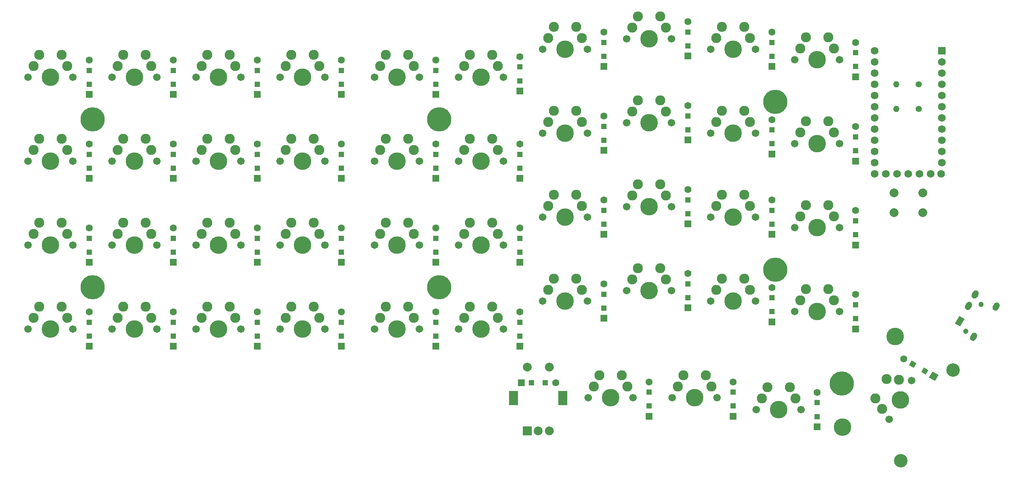
<source format=gbr>
%TF.GenerationSoftware,KiCad,Pcbnew,(5.1.9-0-10_14)*%
%TF.CreationDate,2021-04-25T18:41:16-05:00*%
%TF.ProjectId,wren-numpad,7772656e-2d6e-4756-9d70-61642e6b6963,rev?*%
%TF.SameCoordinates,Original*%
%TF.FileFunction,Soldermask,Bot*%
%TF.FilePolarity,Negative*%
%FSLAX46Y46*%
G04 Gerber Fmt 4.6, Leading zero omitted, Abs format (unit mm)*
G04 Created by KiCad (PCBNEW (5.1.9-0-10_14)) date 2021-04-25 18:41:16*
%MOMM*%
%LPD*%
G01*
G04 APERTURE LIST*
%ADD10C,1.701800*%
%ADD11C,2.286000*%
%ADD12C,3.987800*%
%ADD13C,3.048000*%
%ADD14C,1.752600*%
%ADD15R,1.752600X1.752600*%
%ADD16C,1.600000*%
%ADD17R,1.600000X1.600000*%
%ADD18R,1.200000X1.200000*%
%ADD19C,5.500000*%
%ADD20O,1.400000X1.400000*%
%ADD21C,1.400000*%
%ADD22C,0.100000*%
%ADD23C,2.000000*%
%ADD24R,2.000000X3.200000*%
%ADD25R,2.000000X2.000000*%
%ADD26C,1.200000*%
G04 APERTURE END LIST*
D10*
%TO.C,MX21*%
X215582500Y-70643750D03*
X225742500Y-70643750D03*
D11*
X216852500Y-68103750D03*
D12*
X220662500Y-70643750D03*
D11*
X223202500Y-65563750D03*
X218122500Y-65563750D03*
X224472500Y-68103750D03*
%TD*%
D13*
%TO.C,REF\u002A\u002A*%
X251483187Y-102946548D03*
X239583187Y-123557952D03*
D12*
X238284960Y-95326548D03*
X226384960Y-115937952D03*
%TD*%
D10*
%TO.C,MX41*%
X236944000Y-114159159D03*
X242024000Y-105360341D03*
D11*
X235379295Y-111789307D03*
D12*
X239484000Y-109759750D03*
D11*
X236354591Y-105020045D03*
X233814591Y-109419455D03*
X239189295Y-105190193D03*
%TD*%
D10*
%TO.C,MX10*%
X41751250Y-36512500D03*
X51911250Y-36512500D03*
D11*
X43021250Y-33972500D03*
D12*
X46831250Y-36512500D03*
D11*
X49371250Y-31432500D03*
X44291250Y-31432500D03*
X50641250Y-33972500D03*
%TD*%
D10*
%TO.C,MX15*%
X139382500Y-55562500D03*
X149542500Y-55562500D03*
D11*
X140652500Y-53022500D03*
D12*
X144462500Y-55562500D03*
D11*
X147002500Y-50482500D03*
X141922500Y-50482500D03*
X148272500Y-53022500D03*
%TD*%
D10*
%TO.C,MX44*%
X168745000Y-109251750D03*
X178905000Y-109251750D03*
D11*
X170015000Y-106711750D03*
D12*
X173825000Y-109251750D03*
D11*
X176365000Y-104171750D03*
X171285000Y-104171750D03*
X177635000Y-106711750D03*
%TD*%
D10*
%TO.C,MX43*%
X187795000Y-109251750D03*
X197955000Y-109251750D03*
D11*
X189065000Y-106711750D03*
D12*
X192875000Y-109251750D03*
D11*
X195415000Y-104171750D03*
X190335000Y-104171750D03*
X196685000Y-106711750D03*
%TD*%
D10*
%TO.C,MX42*%
X206845000Y-111918750D03*
X217005000Y-111918750D03*
D11*
X208115000Y-109378750D03*
D12*
X211925000Y-111918750D03*
D11*
X214465000Y-106838750D03*
X209385000Y-106838750D03*
X215735000Y-109378750D03*
%TD*%
D10*
%TO.C,MX40*%
X41751250Y-93662500D03*
X51911250Y-93662500D03*
D11*
X43021250Y-91122500D03*
D12*
X46831250Y-93662500D03*
D11*
X49371250Y-88582500D03*
X44291250Y-88582500D03*
X50641250Y-91122500D03*
%TD*%
D10*
%TO.C,MX39*%
X60801250Y-93662500D03*
X70961250Y-93662500D03*
D11*
X62071250Y-91122500D03*
D12*
X65881250Y-93662500D03*
D11*
X68421250Y-88582500D03*
X63341250Y-88582500D03*
X69691250Y-91122500D03*
%TD*%
D10*
%TO.C,MX38*%
X79851250Y-93662500D03*
X90011250Y-93662500D03*
D11*
X81121250Y-91122500D03*
D12*
X84931250Y-93662500D03*
D11*
X87471250Y-88582500D03*
X82391250Y-88582500D03*
X88741250Y-91122500D03*
%TD*%
D10*
%TO.C,MX37*%
X98901250Y-93662500D03*
X109061250Y-93662500D03*
D11*
X100171250Y-91122500D03*
D12*
X103981250Y-93662500D03*
D11*
X106521250Y-88582500D03*
X101441250Y-88582500D03*
X107791250Y-91122500D03*
%TD*%
D10*
%TO.C,MX36*%
X120332500Y-93662500D03*
X130492500Y-93662500D03*
D11*
X121602500Y-91122500D03*
D12*
X125412500Y-93662500D03*
D11*
X127952500Y-88582500D03*
X122872500Y-88582500D03*
X129222500Y-91122500D03*
%TD*%
D10*
%TO.C,MX35*%
X139382500Y-93662500D03*
X149542500Y-93662500D03*
D11*
X140652500Y-91122500D03*
D12*
X144462500Y-93662500D03*
D11*
X147002500Y-88582500D03*
X141922500Y-88582500D03*
X148272500Y-91122500D03*
%TD*%
D10*
%TO.C,MX34*%
X158432500Y-87312500D03*
X168592500Y-87312500D03*
D11*
X159702500Y-84772500D03*
D12*
X163512500Y-87312500D03*
D11*
X166052500Y-82232500D03*
X160972500Y-82232500D03*
X167322500Y-84772500D03*
%TD*%
D10*
%TO.C,MX33*%
X177482500Y-84931250D03*
X187642500Y-84931250D03*
D11*
X178752500Y-82391250D03*
D12*
X182562500Y-84931250D03*
D11*
X185102500Y-79851250D03*
X180022500Y-79851250D03*
X186372500Y-82391250D03*
%TD*%
D10*
%TO.C,MX32*%
X196532500Y-87312500D03*
X206692500Y-87312500D03*
D11*
X197802500Y-84772500D03*
D12*
X201612500Y-87312500D03*
D11*
X204152500Y-82232500D03*
X199072500Y-82232500D03*
X205422500Y-84772500D03*
%TD*%
D10*
%TO.C,MX31*%
X215582500Y-89693750D03*
X225742500Y-89693750D03*
D11*
X216852500Y-87153750D03*
D12*
X220662500Y-89693750D03*
D11*
X223202500Y-84613750D03*
X218122500Y-84613750D03*
X224472500Y-87153750D03*
%TD*%
D10*
%TO.C,MX30*%
X41751250Y-74612500D03*
X51911250Y-74612500D03*
D11*
X43021250Y-72072500D03*
D12*
X46831250Y-74612500D03*
D11*
X49371250Y-69532500D03*
X44291250Y-69532500D03*
X50641250Y-72072500D03*
%TD*%
D10*
%TO.C,MX29*%
X60801250Y-74612500D03*
X70961250Y-74612500D03*
D11*
X62071250Y-72072500D03*
D12*
X65881250Y-74612500D03*
D11*
X68421250Y-69532500D03*
X63341250Y-69532500D03*
X69691250Y-72072500D03*
%TD*%
D10*
%TO.C,MX28*%
X79851250Y-74612500D03*
X90011250Y-74612500D03*
D11*
X81121250Y-72072500D03*
D12*
X84931250Y-74612500D03*
D11*
X87471250Y-69532500D03*
X82391250Y-69532500D03*
X88741250Y-72072500D03*
%TD*%
D10*
%TO.C,MX27*%
X98901250Y-74612500D03*
X109061250Y-74612500D03*
D11*
X100171250Y-72072500D03*
D12*
X103981250Y-74612500D03*
D11*
X106521250Y-69532500D03*
X101441250Y-69532500D03*
X107791250Y-72072500D03*
%TD*%
D10*
%TO.C,MX26*%
X120332500Y-74612500D03*
X130492500Y-74612500D03*
D11*
X121602500Y-72072500D03*
D12*
X125412500Y-74612500D03*
D11*
X127952500Y-69532500D03*
X122872500Y-69532500D03*
X129222500Y-72072500D03*
%TD*%
D10*
%TO.C,MX25*%
X139382500Y-74612500D03*
X149542500Y-74612500D03*
D11*
X140652500Y-72072500D03*
D12*
X144462500Y-74612500D03*
D11*
X147002500Y-69532500D03*
X141922500Y-69532500D03*
X148272500Y-72072500D03*
%TD*%
D10*
%TO.C,MX24*%
X158432500Y-68262500D03*
X168592500Y-68262500D03*
D11*
X159702500Y-65722500D03*
D12*
X163512500Y-68262500D03*
D11*
X166052500Y-63182500D03*
X160972500Y-63182500D03*
X167322500Y-65722500D03*
%TD*%
D10*
%TO.C,MX23*%
X177482500Y-65881250D03*
X187642500Y-65881250D03*
D11*
X178752500Y-63341250D03*
D12*
X182562500Y-65881250D03*
D11*
X185102500Y-60801250D03*
X180022500Y-60801250D03*
X186372500Y-63341250D03*
%TD*%
D10*
%TO.C,MX22*%
X196532500Y-68262500D03*
X206692500Y-68262500D03*
D11*
X197802500Y-65722500D03*
D12*
X201612500Y-68262500D03*
D11*
X204152500Y-63182500D03*
X199072500Y-63182500D03*
X205422500Y-65722500D03*
%TD*%
D10*
%TO.C,MX20*%
X41751250Y-55562500D03*
X51911250Y-55562500D03*
D11*
X43021250Y-53022500D03*
D12*
X46831250Y-55562500D03*
D11*
X49371250Y-50482500D03*
X44291250Y-50482500D03*
X50641250Y-53022500D03*
%TD*%
D10*
%TO.C,MX19*%
X60801250Y-55562500D03*
X70961250Y-55562500D03*
D11*
X62071250Y-53022500D03*
D12*
X65881250Y-55562500D03*
D11*
X68421250Y-50482500D03*
X63341250Y-50482500D03*
X69691250Y-53022500D03*
%TD*%
D10*
%TO.C,MX18*%
X79851250Y-55562500D03*
X90011250Y-55562500D03*
D11*
X81121250Y-53022500D03*
D12*
X84931250Y-55562500D03*
D11*
X87471250Y-50482500D03*
X82391250Y-50482500D03*
X88741250Y-53022500D03*
%TD*%
D10*
%TO.C,MX17*%
X98901250Y-55562500D03*
X109061250Y-55562500D03*
D11*
X100171250Y-53022500D03*
D12*
X103981250Y-55562500D03*
D11*
X106521250Y-50482500D03*
X101441250Y-50482500D03*
X107791250Y-53022500D03*
%TD*%
D10*
%TO.C,MX16*%
X120332500Y-55562500D03*
X130492500Y-55562500D03*
D11*
X121602500Y-53022500D03*
D12*
X125412500Y-55562500D03*
D11*
X127952500Y-50482500D03*
X122872500Y-50482500D03*
X129222500Y-53022500D03*
%TD*%
D10*
%TO.C,MX14*%
X158432500Y-49212500D03*
X168592500Y-49212500D03*
D11*
X159702500Y-46672500D03*
D12*
X163512500Y-49212500D03*
D11*
X166052500Y-44132500D03*
X160972500Y-44132500D03*
X167322500Y-46672500D03*
%TD*%
D10*
%TO.C,MX13*%
X177482500Y-46831250D03*
X187642500Y-46831250D03*
D11*
X178752500Y-44291250D03*
D12*
X182562500Y-46831250D03*
D11*
X185102500Y-41751250D03*
X180022500Y-41751250D03*
X186372500Y-44291250D03*
%TD*%
D10*
%TO.C,MX12*%
X196532500Y-49212500D03*
X206692500Y-49212500D03*
D11*
X197802500Y-46672500D03*
D12*
X201612500Y-49212500D03*
D11*
X204152500Y-44132500D03*
X199072500Y-44132500D03*
X205422500Y-46672500D03*
%TD*%
D10*
%TO.C,MX11*%
X215582500Y-51593750D03*
X225742500Y-51593750D03*
D11*
X216852500Y-49053750D03*
D12*
X220662500Y-51593750D03*
D11*
X223202500Y-46513750D03*
X218122500Y-46513750D03*
X224472500Y-49053750D03*
%TD*%
D10*
%TO.C,MX9*%
X60801250Y-36512500D03*
X70961250Y-36512500D03*
D11*
X62071250Y-33972500D03*
D12*
X65881250Y-36512500D03*
D11*
X68421250Y-31432500D03*
X63341250Y-31432500D03*
X69691250Y-33972500D03*
%TD*%
D10*
%TO.C,MX8*%
X79851250Y-36512500D03*
X90011250Y-36512500D03*
D11*
X81121250Y-33972500D03*
D12*
X84931250Y-36512500D03*
D11*
X87471250Y-31432500D03*
X82391250Y-31432500D03*
X88741250Y-33972500D03*
%TD*%
D10*
%TO.C,MX7*%
X98901250Y-36512500D03*
X109061250Y-36512500D03*
D11*
X100171250Y-33972500D03*
D12*
X103981250Y-36512500D03*
D11*
X106521250Y-31432500D03*
X101441250Y-31432500D03*
X107791250Y-33972500D03*
%TD*%
D10*
%TO.C,MX6*%
X120332500Y-36512500D03*
X130492500Y-36512500D03*
D11*
X121602500Y-33972500D03*
D12*
X125412500Y-36512500D03*
D11*
X127952500Y-31432500D03*
X122872500Y-31432500D03*
X129222500Y-33972500D03*
%TD*%
D10*
%TO.C,MX5*%
X139382500Y-36512500D03*
X149542500Y-36512500D03*
D11*
X140652500Y-33972500D03*
D12*
X144462500Y-36512500D03*
D11*
X147002500Y-31432500D03*
X141922500Y-31432500D03*
X148272500Y-33972500D03*
%TD*%
D10*
%TO.C,MX4*%
X158432500Y-30162500D03*
X168592500Y-30162500D03*
D11*
X159702500Y-27622500D03*
D12*
X163512500Y-30162500D03*
D11*
X166052500Y-25082500D03*
X160972500Y-25082500D03*
X167322500Y-27622500D03*
%TD*%
D10*
%TO.C,MX3*%
X177482500Y-27781250D03*
X187642500Y-27781250D03*
D11*
X178752500Y-25241250D03*
D12*
X182562500Y-27781250D03*
D11*
X185102500Y-22701250D03*
X180022500Y-22701250D03*
X186372500Y-25241250D03*
%TD*%
D10*
%TO.C,MX2*%
X196532500Y-30162500D03*
X206692500Y-30162500D03*
D11*
X197802500Y-27622500D03*
D12*
X201612500Y-30162500D03*
D11*
X204152500Y-25082500D03*
X199072500Y-25082500D03*
X205422500Y-27622500D03*
%TD*%
D10*
%TO.C,MX1*%
X215582500Y-32543750D03*
X225742500Y-32543750D03*
D11*
X216852500Y-30003750D03*
D12*
X220662500Y-32543750D03*
D11*
X223202500Y-27463750D03*
X218122500Y-27463750D03*
X224472500Y-30003750D03*
%TD*%
D14*
%TO.C,U1*%
X246380000Y-58420000D03*
X243840000Y-58420000D03*
X241300000Y-58420000D03*
X238760000Y-58420000D03*
X236220000Y-58420000D03*
X233680000Y-30480000D03*
X248691400Y-58420000D03*
X233680000Y-33020000D03*
X233680000Y-35560000D03*
X233680000Y-38100000D03*
X233680000Y-40640000D03*
X233680000Y-43180000D03*
X233680000Y-45720000D03*
X233680000Y-48260000D03*
X233680000Y-50800000D03*
X233680000Y-53340000D03*
X233680000Y-55880000D03*
X233680000Y-58420000D03*
X248920000Y-55880000D03*
X248920000Y-53340000D03*
X248920000Y-50800000D03*
X248920000Y-48260000D03*
X248920000Y-45720000D03*
X248920000Y-43180000D03*
X248920000Y-40640000D03*
X248920000Y-38100000D03*
X248920000Y-35560000D03*
X248920000Y-33020000D03*
D15*
X248920000Y-30480000D03*
%TD*%
D16*
%TO.C,D43*%
X201609500Y-105637500D03*
D17*
X201609500Y-113437500D03*
D18*
X201609500Y-111112500D03*
X201609500Y-107962500D03*
%TD*%
D19*
%TO.C,H7*%
X226250500Y-106013250D03*
%TD*%
%TO.C,H6*%
X211137500Y-80168750D03*
%TD*%
%TO.C,H5*%
X134937500Y-84137500D03*
%TD*%
%TO.C,H4*%
X56356250Y-84137500D03*
%TD*%
%TO.C,H3*%
X211137500Y-42068750D03*
%TD*%
%TO.C,H2*%
X134937500Y-46037500D03*
%TD*%
%TO.C,H1*%
X56356250Y-46037500D03*
%TD*%
D20*
%TO.C,R2*%
X238585000Y-43656250D03*
D21*
X243665000Y-43656250D03*
%TD*%
D20*
%TO.C,R1*%
X238585000Y-38100000D03*
D21*
X243665000Y-38100000D03*
%TD*%
D16*
%TO.C,D45*%
X161342000Y-105822750D03*
D17*
X153542000Y-105822750D03*
D18*
X155867000Y-105822750D03*
X159017000Y-105822750D03*
%TD*%
D16*
%TO.C,D44*%
X182562500Y-105637500D03*
D17*
X182562500Y-113437500D03*
D18*
X182562500Y-111112500D03*
X182562500Y-107962500D03*
%TD*%
D16*
%TO.C,D42*%
X220653500Y-108018750D03*
D17*
X220653500Y-115818750D03*
D18*
X220653500Y-113493750D03*
X220653500Y-110343750D03*
%TD*%
D16*
%TO.C,D41*%
X240290501Y-100443750D03*
D22*
G36*
X248138319Y-104050930D02*
G01*
X247338319Y-105436570D01*
X245952679Y-104636570D01*
X246752679Y-103250930D01*
X248138319Y-104050930D01*
G37*
G36*
X245851605Y-102961635D02*
G01*
X245251605Y-104000865D01*
X244212375Y-103400865D01*
X244812375Y-102361635D01*
X245851605Y-102961635D01*
G37*
G36*
X243123625Y-101386635D02*
G01*
X242523625Y-102425865D01*
X241484395Y-101825865D01*
X242084395Y-100786635D01*
X243123625Y-101386635D01*
G37*
%TD*%
D16*
%TO.C,D40*%
X55605500Y-89762500D03*
D17*
X55605500Y-97562500D03*
D18*
X55605500Y-95237500D03*
X55605500Y-92087500D03*
%TD*%
D16*
%TO.C,D39*%
X74649500Y-89762500D03*
D17*
X74649500Y-97562500D03*
D18*
X74649500Y-95237500D03*
X74649500Y-92087500D03*
%TD*%
D16*
%TO.C,D38*%
X93693500Y-89750000D03*
D17*
X93693500Y-97550000D03*
D18*
X93693500Y-95225000D03*
X93693500Y-92075000D03*
%TD*%
D16*
%TO.C,D37*%
X112737500Y-89762500D03*
D17*
X112737500Y-97562500D03*
D18*
X112737500Y-95237500D03*
X112737500Y-92087500D03*
%TD*%
D16*
%TO.C,D36*%
X134162000Y-89762500D03*
D17*
X134162000Y-97562500D03*
D18*
X134162000Y-95237500D03*
X134162000Y-92087500D03*
%TD*%
D16*
%TO.C,D35*%
X153206000Y-89762500D03*
D17*
X153206000Y-97562500D03*
D18*
X153206000Y-95237500D03*
X153206000Y-92087500D03*
%TD*%
D16*
%TO.C,D34*%
X172250000Y-83412500D03*
D17*
X172250000Y-91212500D03*
D18*
X172250000Y-88887500D03*
X172250000Y-85737500D03*
%TD*%
D16*
%TO.C,D33*%
X191294000Y-81031250D03*
D17*
X191294000Y-88831250D03*
D18*
X191294000Y-86506250D03*
X191294000Y-83356250D03*
%TD*%
D16*
%TO.C,D32*%
X210338000Y-84206250D03*
D17*
X210338000Y-92006250D03*
D18*
X210338000Y-89681250D03*
X210338000Y-86531250D03*
%TD*%
D16*
%TO.C,D31*%
X229382000Y-85793750D03*
D17*
X229382000Y-93593750D03*
D18*
X229382000Y-91268750D03*
X229382000Y-88118750D03*
%TD*%
D16*
%TO.C,D30*%
X55605500Y-70712500D03*
D17*
X55605500Y-78512500D03*
D18*
X55605500Y-76187500D03*
X55605500Y-73037500D03*
%TD*%
D16*
%TO.C,D29*%
X74649500Y-70712500D03*
D17*
X74649500Y-78512500D03*
D18*
X74649500Y-76187500D03*
X74649500Y-73037500D03*
%TD*%
D16*
%TO.C,D28*%
X93693500Y-70712500D03*
D17*
X93693500Y-78512500D03*
D18*
X93693500Y-76187500D03*
X93693500Y-73037500D03*
%TD*%
D16*
%TO.C,D27*%
X112737500Y-70712500D03*
D17*
X112737500Y-78512500D03*
D18*
X112737500Y-76187500D03*
X112737500Y-73037500D03*
%TD*%
D16*
%TO.C,D26*%
X134162000Y-70712500D03*
D17*
X134162000Y-78512500D03*
D18*
X134162000Y-76187500D03*
X134162000Y-73037500D03*
%TD*%
D16*
%TO.C,D25*%
X153206000Y-70712500D03*
D17*
X153206000Y-78512500D03*
D18*
X153206000Y-76187500D03*
X153206000Y-73037500D03*
%TD*%
D16*
%TO.C,D24*%
X172250000Y-64362500D03*
D17*
X172250000Y-72162500D03*
D18*
X172250000Y-69837500D03*
X172250000Y-66687500D03*
%TD*%
D16*
%TO.C,D23*%
X191294000Y-61981250D03*
D17*
X191294000Y-69781250D03*
D18*
X191294000Y-67456250D03*
X191294000Y-64306250D03*
%TD*%
D16*
%TO.C,D22*%
X210338000Y-64362500D03*
D17*
X210338000Y-72162500D03*
D18*
X210338000Y-69837500D03*
X210338000Y-66687500D03*
%TD*%
D16*
%TO.C,D21*%
X229382000Y-66743750D03*
D17*
X229382000Y-74543750D03*
D18*
X229382000Y-72218750D03*
X229382000Y-69068750D03*
%TD*%
D16*
%TO.C,D20*%
X55605500Y-51662500D03*
D17*
X55605500Y-59462500D03*
D18*
X55605500Y-57137500D03*
X55605500Y-53987500D03*
%TD*%
D16*
%TO.C,D19*%
X74649500Y-51662500D03*
D17*
X74649500Y-59462500D03*
D18*
X74649500Y-57137500D03*
X74649500Y-53987500D03*
%TD*%
D16*
%TO.C,D18*%
X93693500Y-51662500D03*
D17*
X93693500Y-59462500D03*
D18*
X93693500Y-57137500D03*
X93693500Y-53987500D03*
%TD*%
D16*
%TO.C,D17*%
X112737500Y-51662500D03*
D17*
X112737500Y-59462500D03*
D18*
X112737500Y-57137500D03*
X112737500Y-53987500D03*
%TD*%
D16*
%TO.C,D16*%
X134162000Y-51662500D03*
D17*
X134162000Y-59462500D03*
D18*
X134162000Y-57137500D03*
X134162000Y-53987500D03*
%TD*%
D16*
%TO.C,D15*%
X153206000Y-51662500D03*
D17*
X153206000Y-59462500D03*
D18*
X153206000Y-57137500D03*
X153206000Y-53987500D03*
%TD*%
D16*
%TO.C,D14*%
X172250000Y-45312500D03*
D17*
X172250000Y-53112500D03*
D18*
X172250000Y-50787500D03*
X172250000Y-47637500D03*
%TD*%
D16*
%TO.C,D13*%
X191294000Y-42931250D03*
D17*
X191294000Y-50731250D03*
D18*
X191294000Y-48406250D03*
X191294000Y-45256250D03*
%TD*%
D16*
%TO.C,D12*%
X210338000Y-46106250D03*
D17*
X210338000Y-53906250D03*
D18*
X210338000Y-51581250D03*
X210338000Y-48431250D03*
%TD*%
D16*
%TO.C,D11*%
X229382000Y-47693750D03*
D17*
X229382000Y-55493750D03*
D18*
X229382000Y-53168750D03*
X229382000Y-50018750D03*
%TD*%
D16*
%TO.C,D10*%
X55605500Y-32612500D03*
D17*
X55605500Y-40412500D03*
D18*
X55605500Y-38087500D03*
X55605500Y-34937500D03*
%TD*%
D16*
%TO.C,D9*%
X74649500Y-32612500D03*
D17*
X74649500Y-40412500D03*
D18*
X74649500Y-38087500D03*
X74649500Y-34937500D03*
%TD*%
D16*
%TO.C,D8*%
X93693500Y-32612500D03*
D17*
X93693500Y-40412500D03*
D18*
X93693500Y-38087500D03*
X93693500Y-34937500D03*
%TD*%
D16*
%TO.C,D7*%
X112737500Y-32612500D03*
D17*
X112737500Y-40412500D03*
D18*
X112737500Y-38087500D03*
X112737500Y-34937500D03*
%TD*%
D16*
%TO.C,D6*%
X134162000Y-32612500D03*
D17*
X134162000Y-40412500D03*
D18*
X134162000Y-38087500D03*
X134162000Y-34937500D03*
%TD*%
D16*
%TO.C,D5*%
X153206000Y-31818750D03*
D17*
X153206000Y-39618750D03*
D18*
X153206000Y-37293750D03*
X153206000Y-34143750D03*
%TD*%
D16*
%TO.C,D4*%
X172250000Y-26262500D03*
D17*
X172250000Y-34062500D03*
D18*
X172250000Y-31737500D03*
X172250000Y-28587500D03*
%TD*%
D16*
%TO.C,D3*%
X191294000Y-23881250D03*
D17*
X191294000Y-31681250D03*
D18*
X191294000Y-29356250D03*
X191294000Y-26206250D03*
%TD*%
D16*
%TO.C,D2*%
X210338000Y-26262500D03*
D17*
X210338000Y-34062500D03*
D18*
X210338000Y-31737500D03*
X210338000Y-28587500D03*
%TD*%
D16*
%TO.C,D1*%
X229382000Y-28581250D03*
D17*
X229382000Y-36381250D03*
D18*
X229382000Y-34056250D03*
X229382000Y-30906250D03*
%TD*%
D23*
%TO.C,ENC1*%
X159902000Y-102266750D03*
X154902000Y-102266750D03*
D24*
X163002000Y-109266750D03*
X151802000Y-109266750D03*
D23*
X159902000Y-116766750D03*
X157402000Y-116766750D03*
D25*
X154902000Y-116766750D03*
%TD*%
D23*
%TO.C,SW0*%
X244561500Y-62706250D03*
X244561500Y-67206250D03*
X238061500Y-62706250D03*
X238061500Y-67206250D03*
%TD*%
D26*
%TO.C,J1*%
X254287858Y-94128583D03*
X257787858Y-88066405D03*
G36*
G01*
X256946000Y-84924546D02*
X256946000Y-84924546D01*
G75*
G02*
X257202218Y-85880764I-350000J-606218D01*
G01*
X256902218Y-86400380D01*
G75*
G02*
X255946000Y-86656598I-606218J350000D01*
G01*
X255946000Y-86656598D01*
G75*
G02*
X255689782Y-85700380I350000J606218D01*
G01*
X255989782Y-85180764D01*
G75*
G02*
X256946000Y-84924546I606218J-350000D01*
G01*
G37*
G36*
G01*
X255446000Y-87522622D02*
X255446000Y-87522622D01*
G75*
G02*
X255702218Y-88478840I-350000J-606218D01*
G01*
X255402218Y-88998456D01*
G75*
G02*
X254446000Y-89254674I-606218J350000D01*
G01*
X254446000Y-89254674D01*
G75*
G02*
X254189782Y-88298456I350000J606218D01*
G01*
X254489782Y-87778840D01*
G75*
G02*
X255446000Y-87522622I606218J-350000D01*
G01*
G37*
D22*
G36*
X252839782Y-90636725D02*
G01*
X254052218Y-91336725D01*
X253052218Y-93068775D01*
X251839782Y-92368775D01*
X252839782Y-90636725D01*
G37*
G36*
G01*
X256593114Y-94535762D02*
X256593114Y-94535762D01*
G75*
G02*
X256849332Y-95491980I-350000J-606218D01*
G01*
X256549332Y-96011596D01*
G75*
G02*
X255593114Y-96267814I-606218J350000D01*
G01*
X255593114Y-96267814D01*
G75*
G02*
X255336896Y-95311596I350000J606218D01*
G01*
X255636896Y-94791980D01*
G75*
G02*
X256593114Y-94535762I606218J-350000D01*
G01*
G37*
G36*
G01*
X261709140Y-87674546D02*
X261709140Y-87674546D01*
G75*
G02*
X261965358Y-88630764I-350000J-606218D01*
G01*
X261665358Y-89150380D01*
G75*
G02*
X260709140Y-89406598I-606218J350000D01*
G01*
X260709140Y-89406598D01*
G75*
G02*
X260452922Y-88450380I350000J606218D01*
G01*
X260752922Y-87930764D01*
G75*
G02*
X261709140Y-87674546I606218J-350000D01*
G01*
G37*
%TD*%
M02*

</source>
